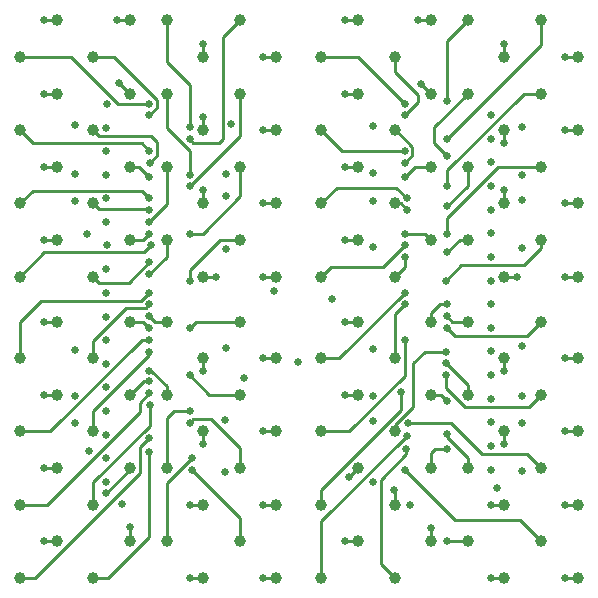
<source format=gbr>
%TF.GenerationSoftware,KiCad,Pcbnew,(5.1.9-0-10_14)*%
%TF.CreationDate,2021-05-13T13:43:04-04:00*%
%TF.ProjectId,SiPM_Board_RevC,5369504d-5f42-46f6-9172-645f52657643,rev?*%
%TF.SameCoordinates,Original*%
%TF.FileFunction,Copper,L1,Top*%
%TF.FilePolarity,Positive*%
%FSLAX46Y46*%
G04 Gerber Fmt 4.6, Leading zero omitted, Abs format (unit mm)*
G04 Created by KiCad (PCBNEW (5.1.9-0-10_14)) date 2021-05-13 13:43:04*
%MOMM*%
%LPD*%
G01*
G04 APERTURE LIST*
%TA.AperFunction,SMDPad,CuDef*%
%ADD10C,1.000000*%
%TD*%
%TA.AperFunction,ViaPad*%
%ADD11C,0.635000*%
%TD*%
%TA.AperFunction,Conductor*%
%ADD12C,0.294640*%
%TD*%
G04 APERTURE END LIST*
D10*
%TO.P,U4,A4*%
%TO.N,Net-(J2-Pad59)*%
X151950000Y-85750000D03*
%TO.P,U4,A2*%
%TO.N,Net-(J2-Pad67)*%
X151950000Y-79550000D03*
%TO.P,U4,B3*%
%TO.N,/BIAS3*%
X155050000Y-82650000D03*
%TO.P,U4,B1*%
X155050000Y-76450000D03*
%TO.P,U4,C4*%
%TO.N,Net-(J2-Pad57)*%
X158150000Y-85750000D03*
%TO.P,U4,D3*%
%TO.N,/BIAS3*%
X161250000Y-82650000D03*
%TO.P,U4,C2*%
%TO.N,Net-(J2-Pad65)*%
X158150000Y-79550000D03*
%TO.P,U4,D1*%
%TO.N,/BIAS3*%
X161250000Y-76450000D03*
%TO.P,U4,H2*%
X173650000Y-79550000D03*
%TO.P,U4,G1*%
%TO.N,Net-(J2-Pad61)*%
X170550000Y-76450000D03*
%TO.P,U4,F2*%
%TO.N,/BIAS3*%
X167450000Y-79550000D03*
%TO.P,U4,E1*%
%TO.N,Net-(J2-Pad63)*%
X164350000Y-76450000D03*
%TO.P,U4,H4*%
%TO.N,/BIAS3*%
X173650000Y-85750000D03*
%TO.P,U4,G3*%
%TO.N,Net-(J2-Pad53)*%
X170550000Y-82650000D03*
%TO.P,U4,F4*%
%TO.N,/BIAS3*%
X167450000Y-85750000D03*
%TO.P,U4,E3*%
%TO.N,Net-(J2-Pad55)*%
X164350000Y-82650000D03*
%TO.P,U4,F8*%
%TO.N,/BIAS3*%
X167450000Y-98150000D03*
%TO.P,U4,H8*%
X173650000Y-98150000D03*
%TO.P,U4,G7*%
%TO.N,Net-(J2-Pad37)*%
X170550000Y-95050000D03*
%TO.P,U4,E7*%
%TO.N,Net-(J2-Pad39)*%
X164350000Y-95050000D03*
%TO.P,U4,H6*%
%TO.N,/BIAS3*%
X173650000Y-91950000D03*
%TO.P,U4,G5*%
%TO.N,Net-(J2-Pad45)*%
X170550000Y-88850000D03*
%TO.P,U4,F6*%
%TO.N,/BIAS3*%
X167450000Y-91950000D03*
%TO.P,U4,E5*%
%TO.N,Net-(J2-Pad47)*%
X164350000Y-88850000D03*
%TO.P,U4,A8*%
%TO.N,Net-(J2-Pad43)*%
X151950000Y-98150000D03*
%TO.P,U4,A6*%
%TO.N,Net-(J2-Pad51)*%
X151950000Y-91950000D03*
%TO.P,U4,B5*%
%TO.N,/BIAS3*%
X155050000Y-88850000D03*
%TO.P,U4,C8*%
%TO.N,Net-(J2-Pad41)*%
X158150000Y-98150000D03*
%TO.P,U4,B7*%
%TO.N,/BIAS3*%
X155050000Y-95050000D03*
%TO.P,U4,D7*%
X161250000Y-95050000D03*
%TO.P,U4,C6*%
%TO.N,Net-(J2-Pad49)*%
X158150000Y-91950000D03*
%TO.P,U4,D5*%
%TO.N,/BIAS3*%
X161250000Y-88850000D03*
%TD*%
%TO.P,U5,D5*%
%TO.N,/BIAS4*%
X161250000Y-114350000D03*
%TO.P,U5,C6*%
%TO.N,Net-(J2-Pad17)*%
X158150000Y-117450000D03*
%TO.P,U5,D7*%
%TO.N,/BIAS4*%
X161250000Y-120550000D03*
%TO.P,U5,B7*%
X155050000Y-120550000D03*
%TO.P,U5,C8*%
%TO.N,Net-(J2-Pad9)*%
X158150000Y-123650000D03*
%TO.P,U5,B5*%
%TO.N,/BIAS4*%
X155050000Y-114350000D03*
%TO.P,U5,A6*%
%TO.N,Net-(J2-Pad19)*%
X151950000Y-117450000D03*
%TO.P,U5,A8*%
%TO.N,Net-(J2-Pad11)*%
X151950000Y-123650000D03*
%TO.P,U5,E5*%
%TO.N,Net-(J2-Pad15)*%
X164350000Y-114350000D03*
%TO.P,U5,F6*%
%TO.N,/BIAS4*%
X167450000Y-117450000D03*
%TO.P,U5,G5*%
%TO.N,Net-(J2-Pad13)*%
X170550000Y-114350000D03*
%TO.P,U5,H6*%
%TO.N,/BIAS4*%
X173650000Y-117450000D03*
%TO.P,U5,E7*%
%TO.N,Net-(J2-Pad7)*%
X164350000Y-120550000D03*
%TO.P,U5,G7*%
%TO.N,Net-(J2-Pad5)*%
X170550000Y-120550000D03*
%TO.P,U5,H8*%
%TO.N,/BIAS4*%
X173650000Y-123650000D03*
%TO.P,U5,F8*%
X167450000Y-123650000D03*
%TO.P,U5,E3*%
%TO.N,Net-(J2-Pad23)*%
X164350000Y-108150000D03*
%TO.P,U5,F4*%
%TO.N,/BIAS4*%
X167450000Y-111250000D03*
%TO.P,U5,G3*%
%TO.N,Net-(J2-Pad21)*%
X170550000Y-108150000D03*
%TO.P,U5,H4*%
%TO.N,/BIAS4*%
X173650000Y-111250000D03*
%TO.P,U5,E1*%
%TO.N,Net-(J2-Pad31)*%
X164350000Y-101950000D03*
%TO.P,U5,F2*%
%TO.N,/BIAS4*%
X167450000Y-105050000D03*
%TO.P,U5,G1*%
%TO.N,Net-(J2-Pad29)*%
X170550000Y-101950000D03*
%TO.P,U5,H2*%
%TO.N,/BIAS4*%
X173650000Y-105050000D03*
%TO.P,U5,D1*%
X161250000Y-101950000D03*
%TO.P,U5,C2*%
%TO.N,Net-(J2-Pad33)*%
X158150000Y-105050000D03*
%TO.P,U5,D3*%
%TO.N,/BIAS4*%
X161250000Y-108150000D03*
%TO.P,U5,C4*%
%TO.N,Net-(J2-Pad25)*%
X158150000Y-111250000D03*
%TO.P,U5,B1*%
%TO.N,/BIAS4*%
X155050000Y-101950000D03*
%TO.P,U5,B3*%
X155050000Y-108150000D03*
%TO.P,U5,A2*%
%TO.N,Net-(J2-Pad35)*%
X151950000Y-105050000D03*
%TO.P,U5,A4*%
%TO.N,Net-(J2-Pad27)*%
X151950000Y-111250000D03*
%TD*%
%TO.P,U2,A4*%
%TO.N,Net-(J1-Pad9)*%
X126450000Y-85750000D03*
%TO.P,U2,A2*%
%TO.N,Net-(J1-Pad1)*%
X126450000Y-79550000D03*
%TO.P,U2,B3*%
%TO.N,/BIAS1*%
X129550000Y-82650000D03*
%TO.P,U2,B1*%
X129550000Y-76450000D03*
%TO.P,U2,C4*%
%TO.N,Net-(J1-Pad11)*%
X132650000Y-85750000D03*
%TO.P,U2,D3*%
%TO.N,/BIAS1*%
X135750000Y-82650000D03*
%TO.P,U2,C2*%
%TO.N,Net-(J1-Pad3)*%
X132650000Y-79550000D03*
%TO.P,U2,D1*%
%TO.N,/BIAS1*%
X135750000Y-76450000D03*
%TO.P,U2,H2*%
X148150000Y-79550000D03*
%TO.P,U2,G1*%
%TO.N,Net-(J1-Pad7)*%
X145050000Y-76450000D03*
%TO.P,U2,F2*%
%TO.N,/BIAS1*%
X141950000Y-79550000D03*
%TO.P,U2,E1*%
%TO.N,Net-(J1-Pad5)*%
X138850000Y-76450000D03*
%TO.P,U2,H4*%
%TO.N,/BIAS1*%
X148150000Y-85750000D03*
%TO.P,U2,G3*%
%TO.N,Net-(J1-Pad15)*%
X145050000Y-82650000D03*
%TO.P,U2,F4*%
%TO.N,/BIAS1*%
X141950000Y-85750000D03*
%TO.P,U2,E3*%
%TO.N,Net-(J1-Pad13)*%
X138850000Y-82650000D03*
%TO.P,U2,F8*%
%TO.N,/BIAS1*%
X141950000Y-98150000D03*
%TO.P,U2,H8*%
X148150000Y-98150000D03*
%TO.P,U2,G7*%
%TO.N,Net-(J1-Pad31)*%
X145050000Y-95050000D03*
%TO.P,U2,E7*%
%TO.N,Net-(J1-Pad29)*%
X138850000Y-95050000D03*
%TO.P,U2,H6*%
%TO.N,/BIAS1*%
X148150000Y-91950000D03*
%TO.P,U2,G5*%
%TO.N,Net-(J1-Pad23)*%
X145050000Y-88850000D03*
%TO.P,U2,F6*%
%TO.N,/BIAS1*%
X141950000Y-91950000D03*
%TO.P,U2,E5*%
%TO.N,Net-(J1-Pad21)*%
X138850000Y-88850000D03*
%TO.P,U2,A8*%
%TO.N,Net-(J1-Pad25)*%
X126450000Y-98150000D03*
%TO.P,U2,A6*%
%TO.N,Net-(J1-Pad17)*%
X126450000Y-91950000D03*
%TO.P,U2,B5*%
%TO.N,/BIAS1*%
X129550000Y-88850000D03*
%TO.P,U2,C8*%
%TO.N,Net-(J1-Pad27)*%
X132650000Y-98150000D03*
%TO.P,U2,B7*%
%TO.N,/BIAS1*%
X129550000Y-95050000D03*
%TO.P,U2,D7*%
X135750000Y-95050000D03*
%TO.P,U2,C6*%
%TO.N,Net-(J1-Pad19)*%
X132650000Y-91950000D03*
%TO.P,U2,D5*%
%TO.N,/BIAS1*%
X135750000Y-88850000D03*
%TD*%
%TO.P,U3,D5*%
%TO.N,/BIAS2*%
X135750000Y-114350000D03*
%TO.P,U3,C6*%
%TO.N,Net-(J1-Pad51)*%
X132650000Y-117450000D03*
%TO.P,U3,D7*%
%TO.N,/BIAS2*%
X135750000Y-120550000D03*
%TO.P,U3,B7*%
X129550000Y-120550000D03*
%TO.P,U3,C8*%
%TO.N,Net-(J1-Pad59)*%
X132650000Y-123650000D03*
%TO.P,U3,B5*%
%TO.N,/BIAS2*%
X129550000Y-114350000D03*
%TO.P,U3,A6*%
%TO.N,Net-(J1-Pad49)*%
X126450000Y-117450000D03*
%TO.P,U3,A8*%
%TO.N,Net-(J1-Pad57)*%
X126450000Y-123650000D03*
%TO.P,U3,E5*%
%TO.N,Net-(J1-Pad53)*%
X138850000Y-114350000D03*
%TO.P,U3,F6*%
%TO.N,/BIAS2*%
X141950000Y-117450000D03*
%TO.P,U3,G5*%
%TO.N,Net-(J1-Pad55)*%
X145050000Y-114350000D03*
%TO.P,U3,H6*%
%TO.N,/BIAS2*%
X148150000Y-117450000D03*
%TO.P,U3,E7*%
%TO.N,Net-(J1-Pad61)*%
X138850000Y-120550000D03*
%TO.P,U3,G7*%
%TO.N,Net-(J1-Pad63)*%
X145050000Y-120550000D03*
%TO.P,U3,H8*%
%TO.N,/BIAS2*%
X148150000Y-123650000D03*
%TO.P,U3,F8*%
X141950000Y-123650000D03*
%TO.P,U3,E3*%
%TO.N,Net-(J1-Pad45)*%
X138850000Y-108150000D03*
%TO.P,U3,F4*%
%TO.N,/BIAS2*%
X141950000Y-111250000D03*
%TO.P,U3,G3*%
%TO.N,Net-(J1-Pad47)*%
X145050000Y-108150000D03*
%TO.P,U3,H4*%
%TO.N,/BIAS2*%
X148150000Y-111250000D03*
%TO.P,U3,E1*%
%TO.N,Net-(J1-Pad37)*%
X138850000Y-101950000D03*
%TO.P,U3,F2*%
%TO.N,/BIAS2*%
X141950000Y-105050000D03*
%TO.P,U3,G1*%
%TO.N,Net-(J1-Pad39)*%
X145050000Y-101950000D03*
%TO.P,U3,H2*%
%TO.N,/BIAS2*%
X148150000Y-105050000D03*
%TO.P,U3,D1*%
X135750000Y-101950000D03*
%TO.P,U3,C2*%
%TO.N,Net-(J1-Pad35)*%
X132650000Y-105050000D03*
%TO.P,U3,D3*%
%TO.N,/BIAS2*%
X135750000Y-108150000D03*
%TO.P,U3,C4*%
%TO.N,Net-(J1-Pad43)*%
X132650000Y-111250000D03*
%TO.P,U3,B1*%
%TO.N,/BIAS2*%
X129550000Y-101950000D03*
%TO.P,U3,B3*%
X129550000Y-108150000D03*
%TO.P,U3,A2*%
%TO.N,Net-(J1-Pad33)*%
X126450000Y-105050000D03*
%TO.P,U3,A4*%
%TO.N,Net-(J1-Pad41)*%
X126450000Y-111250000D03*
%TD*%
D11*
%TO.N,GND*%
X133707308Y-111522692D03*
X133707308Y-103522692D03*
X133707308Y-101522692D03*
X133707308Y-87522692D03*
X133707308Y-115522692D03*
X133707308Y-113522692D03*
X133707308Y-107522692D03*
X133707308Y-105522692D03*
X133707308Y-109522692D03*
X133827308Y-95432692D03*
X133707308Y-85522692D03*
X133707308Y-93522692D03*
X133707308Y-91522692D03*
X133707308Y-89522692D03*
X133707308Y-99522692D03*
X133707308Y-97522692D03*
X152860000Y-100000000D03*
X150000000Y-105400000D03*
X147935320Y-99344680D03*
X131060000Y-89460000D03*
X132152500Y-94552500D03*
X143870000Y-89430000D03*
X143870000Y-95770000D03*
X132300000Y-112900000D03*
X131060000Y-108240000D03*
X145400000Y-106700000D03*
X143820000Y-114680000D03*
X156347500Y-95652500D03*
X156310000Y-89390000D03*
X168940000Y-95740000D03*
X156310000Y-108290000D03*
X168940000Y-114640000D03*
X166292692Y-84477308D03*
X166292692Y-86477308D03*
X166292692Y-88477308D03*
X166292692Y-90477308D03*
X166292692Y-92477308D03*
X166292692Y-94477308D03*
X166292692Y-96477308D03*
X166292692Y-98477308D03*
X168940000Y-89560000D03*
X166292692Y-100477308D03*
X166292692Y-102477308D03*
X166292692Y-104477308D03*
X166292692Y-106477308D03*
X166292692Y-108477308D03*
X166292692Y-110477308D03*
X166292692Y-112477308D03*
X166292692Y-114477308D03*
X156310000Y-115500000D03*
X168940000Y-108260000D03*
%TO.N,/BIAS1*%
X133762700Y-83502700D03*
X128450000Y-76450000D03*
X128450000Y-82650000D03*
X128450000Y-88850000D03*
X128450000Y-95050000D03*
X134650000Y-76450000D03*
X134850000Y-81750000D03*
X137400000Y-89700000D03*
X137400000Y-94500000D03*
X141950000Y-78450000D03*
X141950000Y-84650000D03*
X141950000Y-90850000D03*
X143050000Y-98150000D03*
X147050000Y-79550000D03*
X147050000Y-85750000D03*
X147050000Y-91950000D03*
X147050000Y-98150000D03*
X131060000Y-85340000D03*
X131060000Y-91760000D03*
X144300000Y-85200000D03*
X143870000Y-91300000D03*
%TO.N,/BIAS2*%
X133757366Y-116502634D03*
X128450000Y-101950000D03*
X128450000Y-108150000D03*
X128450000Y-120550000D03*
X128450000Y-114350000D03*
X137400000Y-102500000D03*
X137400000Y-107000000D03*
X135750000Y-119350000D03*
X135100000Y-117400000D03*
X141950000Y-106150000D03*
X141950000Y-112350000D03*
X140850000Y-117450000D03*
X140850000Y-123650000D03*
X147050000Y-123650000D03*
X147050000Y-117450000D03*
X147050000Y-111250000D03*
X147050000Y-105050000D03*
X131060000Y-110540000D03*
X131060000Y-104360000D03*
X143870000Y-104230000D03*
X143820000Y-110320000D03*
%TO.N,Net-(J1-Pad63)*%
X141000000Y-114500000D03*
%TO.N,Net-(J1-Pad61)*%
X141000000Y-113500000D03*
%TO.N,Net-(J1-Pad59)*%
X137400000Y-113000000D03*
%TO.N,Net-(J1-Pad57)*%
X137400000Y-111800000D03*
%TO.N,Net-(J1-Pad55)*%
X140800000Y-110500000D03*
%TO.N,Net-(J1-Pad53)*%
X140800000Y-109500000D03*
%TO.N,Net-(J1-Pad51)*%
X137402650Y-109002650D03*
%TO.N,Net-(J1-Pad49)*%
X137400000Y-108000000D03*
%TO.N,Net-(J1-Pad47)*%
X140800000Y-106500000D03*
%TO.N,Net-(J1-Pad45)*%
X137400000Y-106100000D03*
%TO.N,Net-(J1-Pad43)*%
X137400000Y-104500000D03*
%TO.N,Net-(J1-Pad41)*%
X137400000Y-103500000D03*
%TO.N,Net-(J1-Pad39)*%
X140800000Y-102500000D03*
%TO.N,Net-(J1-Pad37)*%
X137400000Y-101500000D03*
%TO.N,Net-(J1-Pad35)*%
X137400000Y-100500000D03*
%TO.N,Net-(J1-Pad33)*%
X137400000Y-99500000D03*
%TO.N,Net-(J1-Pad31)*%
X140800000Y-98500000D03*
%TO.N,Net-(J1-Pad29)*%
X137400000Y-97900000D03*
%TO.N,Net-(J1-Pad27)*%
X137400000Y-96900000D03*
%TO.N,Net-(J1-Pad25)*%
X137497324Y-95502676D03*
%TO.N,Net-(J1-Pad23)*%
X140800000Y-94500000D03*
%TO.N,Net-(J1-Pad21)*%
X137400000Y-93500000D03*
%TO.N,Net-(J1-Pad19)*%
X137400000Y-92500000D03*
%TO.N,Net-(J1-Pad17)*%
X137400000Y-91500000D03*
%TO.N,Net-(J1-Pad15)*%
X140800000Y-90500000D03*
%TO.N,Net-(J1-Pad13)*%
X140800000Y-89500000D03*
%TO.N,Net-(J1-Pad11)*%
X137402690Y-88502690D03*
%TO.N,Net-(J1-Pad9)*%
X137400000Y-87500000D03*
%TO.N,Net-(J1-Pad7)*%
X140800000Y-86500000D03*
%TO.N,Net-(J1-Pad5)*%
X140800000Y-85500000D03*
%TO.N,Net-(J1-Pad3)*%
X137400000Y-84500000D03*
%TO.N,Net-(J1-Pad1)*%
X137400000Y-83500000D03*
%TO.N,Net-(J2-Pad65)*%
X159000000Y-84500000D03*
%TO.N,Net-(J2-Pad63)*%
X162600000Y-83300000D03*
%TO.N,Net-(J2-Pad61)*%
X162600000Y-86483936D03*
%TO.N,Net-(J2-Pad59)*%
X159000000Y-87500000D03*
%TO.N,Net-(J2-Pad57)*%
X159000000Y-88500000D03*
%TO.N,Net-(J2-Pad55)*%
X162600000Y-87900000D03*
%TO.N,Net-(J2-Pad53)*%
X162600000Y-90500000D03*
%TO.N,Net-(J2-Pad51)*%
X159202650Y-91497350D03*
%TO.N,Net-(J2-Pad49)*%
X159202652Y-92497348D03*
%TO.N,Net-(J2-Pad47)*%
X162600000Y-92200000D03*
%TO.N,Net-(J2-Pad45)*%
X162600000Y-94500000D03*
%TO.N,Net-(J2-Pad43)*%
X159000000Y-95500000D03*
%TO.N,Net-(J2-Pad41)*%
X159002660Y-96497340D03*
%TO.N,Net-(J2-Pad39)*%
X162600000Y-96100000D03*
%TO.N,Net-(J2-Pad37)*%
X162497336Y-98497336D03*
%TO.N,Net-(J2-Pad35)*%
X159002666Y-99497334D03*
%TO.N,Net-(J2-Pad33)*%
X159002668Y-100497332D03*
%TO.N,Net-(J2-Pad31)*%
X162600000Y-101500000D03*
%TO.N,Net-(J2-Pad29)*%
X162600000Y-102500000D03*
%TO.N,Net-(J2-Pad27)*%
X159002674Y-103497326D03*
%TO.N,Net-(J2-Pad25)*%
X162500000Y-104500000D03*
%TO.N,Net-(J2-Pad23)*%
X162500000Y-105500000D03*
%TO.N,Net-(J2-Pad21)*%
X162497320Y-106497320D03*
%TO.N,Net-(J2-Pad19)*%
X158700000Y-107900000D03*
%TO.N,Net-(J2-Pad17)*%
X158100000Y-116200000D03*
%TO.N,Net-(J2-Pad15)*%
X162600000Y-111500000D03*
%TO.N,Net-(J2-Pad13)*%
X159302688Y-110497312D03*
%TO.N,Net-(J2-Pad11)*%
X159200000Y-111600000D03*
%TO.N,Net-(J2-Pad9)*%
X159100000Y-112700000D03*
%TO.N,Net-(J2-Pad7)*%
X162600000Y-120500000D03*
%TO.N,Net-(J2-Pad5)*%
X159000000Y-114500000D03*
%TO.N,/BIAS3*%
X153950000Y-76450000D03*
X153950000Y-82650000D03*
X153950000Y-88850000D03*
X160150000Y-76450000D03*
X160400000Y-81800000D03*
X167450000Y-78450000D03*
X168550000Y-98150000D03*
X172550000Y-79550000D03*
X172550000Y-85750000D03*
X172550000Y-91950000D03*
X172550000Y-98150000D03*
X156310000Y-91710000D03*
X156310000Y-85410000D03*
X168940000Y-91660000D03*
X153950000Y-95050000D03*
X167450000Y-90850000D03*
X167450000Y-86850000D03*
X159000000Y-89700000D03*
X159000000Y-94500000D03*
X168940000Y-85460000D03*
%TO.N,/BIAS4*%
X153950000Y-101950000D03*
X153950000Y-108150000D03*
X153950000Y-120550000D03*
X161250000Y-119450000D03*
X167450000Y-106150000D03*
X167450000Y-112350000D03*
X166350000Y-117450000D03*
X166350000Y-123650000D03*
X172550000Y-123650000D03*
X172550000Y-117450000D03*
X172550000Y-111250000D03*
X172550000Y-105050000D03*
X156310000Y-104310000D03*
X168940000Y-110540000D03*
X168940000Y-104060000D03*
X154300000Y-115100000D03*
X162600000Y-100500000D03*
X162600000Y-108700000D03*
X162600000Y-112700000D03*
X159500000Y-117500000D03*
X166800000Y-116000000D03*
X156310000Y-110410000D03*
%TO.N,Net-(J2-Pad67)*%
X159000000Y-83500000D03*
%TD*%
D12*
%TO.N,/BIAS1*%
X129550000Y-76450000D02*
X128450000Y-76450000D01*
X128450000Y-76450000D02*
X128450000Y-76450000D01*
X128450000Y-82650000D02*
X128450000Y-82650000D01*
X129550000Y-82650000D02*
X128450000Y-82650000D01*
X129550000Y-88850000D02*
X128450000Y-88850000D01*
X128450000Y-88850000D02*
X128450000Y-88850000D01*
X128450000Y-95050000D02*
X128450000Y-95050000D01*
X129550000Y-95050000D02*
X128450000Y-95050000D01*
X135750000Y-76450000D02*
X134650000Y-76450000D01*
X134650000Y-76450000D02*
X134650000Y-76450000D01*
X135750000Y-82650000D02*
X134850000Y-81750000D01*
X135750000Y-88850000D02*
X136550000Y-88850000D01*
X136550000Y-88850000D02*
X137400000Y-89700000D01*
X137400000Y-89700000D02*
X137400000Y-89700000D01*
X135750000Y-95050000D02*
X136850000Y-95050000D01*
X136850000Y-95050000D02*
X137400000Y-94500000D01*
X137400000Y-94500000D02*
X137400000Y-94500000D01*
X141950000Y-79550000D02*
X141950000Y-78450000D01*
X141950000Y-78450000D02*
X141950000Y-78450000D01*
X141950000Y-85750000D02*
X141950000Y-84650000D01*
X141950000Y-84650000D02*
X141950000Y-84650000D01*
X141950000Y-90850000D02*
X141950000Y-90850000D01*
X141950000Y-91950000D02*
X141950000Y-90850000D01*
X141950000Y-98150000D02*
X143050000Y-98150000D01*
X143050000Y-98150000D02*
X143050000Y-98150000D01*
X148150000Y-79550000D02*
X147050000Y-79550000D01*
X147050000Y-79550000D02*
X147050000Y-79550000D01*
X148150000Y-85750000D02*
X147050000Y-85750000D01*
X147050000Y-85750000D02*
X147050000Y-85750000D01*
X147050000Y-91950000D02*
X147050000Y-91950000D01*
X148150000Y-91950000D02*
X147050000Y-91950000D01*
X147050000Y-98150000D02*
X147050000Y-98150000D01*
X148150000Y-98150000D02*
X147050000Y-98150000D01*
%TO.N,/BIAS2*%
X129550000Y-101950000D02*
X128450000Y-101950000D01*
X128450000Y-101950000D02*
X128450000Y-101950000D01*
X129550000Y-108150000D02*
X128450000Y-108150000D01*
X128450000Y-108150000D02*
X128450000Y-108150000D01*
X128450000Y-114350000D02*
X128450000Y-114350000D01*
X128450000Y-120550000D02*
X128450000Y-120550000D01*
X129550000Y-120550000D02*
X128450000Y-120550000D01*
X129550000Y-114350000D02*
X128450000Y-114350000D01*
X135750000Y-101950000D02*
X136850000Y-101950000D01*
X136850000Y-101950000D02*
X137400000Y-102500000D01*
X137400000Y-102500000D02*
X137400000Y-102500000D01*
X135750000Y-108150000D02*
X136900000Y-107000000D01*
X136900000Y-107000000D02*
X137400000Y-107000000D01*
X137400000Y-107000000D02*
X137400000Y-107000000D01*
X135750000Y-114510000D02*
X133757366Y-116502634D01*
X135750000Y-114350000D02*
X135750000Y-114510000D01*
X135750000Y-120550000D02*
X135750000Y-119350000D01*
X135750000Y-119350000D02*
X135750000Y-119350000D01*
X141950000Y-105050000D02*
X141950000Y-106150000D01*
X141950000Y-106150000D02*
X141950000Y-106150000D01*
X141950000Y-111250000D02*
X141950000Y-112350000D01*
X141950000Y-112350000D02*
X141950000Y-112350000D01*
X141950000Y-117450000D02*
X140850000Y-117450000D01*
X140850000Y-117450000D02*
X140850000Y-117450000D01*
X140850000Y-123650000D02*
X140850000Y-123650000D01*
X141950000Y-123650000D02*
X140850000Y-123650000D01*
X148150000Y-123650000D02*
X147050000Y-123650000D01*
X147050000Y-123650000D02*
X147050000Y-123650000D01*
X148150000Y-117450000D02*
X147050000Y-117450000D01*
X147050000Y-117450000D02*
X147050000Y-117450000D01*
X147050000Y-111250000D02*
X147050000Y-111250000D01*
X148150000Y-111250000D02*
X147050000Y-111250000D01*
X147050000Y-105050000D02*
X147050000Y-105050000D01*
X148150000Y-105050000D02*
X147050000Y-105050000D01*
%TO.N,Net-(J1-Pad63)*%
X145050000Y-118550000D02*
X141000000Y-114500000D01*
X145050000Y-120550000D02*
X145050000Y-118550000D01*
%TO.N,Net-(J1-Pad61)*%
X138850000Y-115650000D02*
X141000000Y-113500000D01*
X138850000Y-120550000D02*
X138850000Y-115650000D01*
%TO.N,Net-(J1-Pad59)*%
X133904036Y-123650000D02*
X137400000Y-120154036D01*
X132650000Y-123650000D02*
X133904036Y-123650000D01*
X137400000Y-120154036D02*
X137400000Y-113000000D01*
X137400000Y-113000000D02*
X137400000Y-113000000D01*
%TO.N,Net-(J1-Pad57)*%
X127704036Y-123650000D02*
X136600000Y-114754036D01*
X126450000Y-123650000D02*
X127704036Y-123650000D01*
X136600000Y-112600000D02*
X137400000Y-111800000D01*
X136600000Y-114754036D02*
X136600000Y-112600000D01*
%TO.N,Net-(J1-Pad55)*%
X145050000Y-114350000D02*
X145050000Y-112650000D01*
X141117499Y-110182501D02*
X140800000Y-110500000D01*
X142582501Y-110182501D02*
X141117499Y-110182501D01*
X145050000Y-112650000D02*
X142582501Y-110182501D01*
%TO.N,Net-(J1-Pad53)*%
X138850000Y-114350000D02*
X138850000Y-110150000D01*
X138850000Y-110150000D02*
X139500000Y-109500000D01*
X139500000Y-109500000D02*
X140800000Y-109500000D01*
X140800000Y-109500000D02*
X140800000Y-109500000D01*
%TO.N,Net-(J1-Pad51)*%
X132650000Y-115563936D02*
X132650000Y-117450000D01*
X137402650Y-109002650D02*
X137402650Y-110811286D01*
X137402650Y-110811286D02*
X132650000Y-115563936D01*
%TO.N,Net-(J1-Pad49)*%
X128763936Y-117450000D02*
X126450000Y-117450000D01*
X136600000Y-109613936D02*
X128763936Y-117450000D01*
X136600000Y-108821364D02*
X137400000Y-108021364D01*
X136600000Y-109000000D02*
X136600000Y-108821364D01*
X137400000Y-108021364D02*
X137400000Y-108000000D01*
X136600000Y-109000000D02*
X136600000Y-109613936D01*
%TO.N,Net-(J1-Pad47)*%
X145050000Y-108150000D02*
X142450000Y-108150000D01*
X142450000Y-108150000D02*
X140800000Y-106500000D01*
X140800000Y-106500000D02*
X140800000Y-106500000D01*
%TO.N,Net-(J1-Pad45)*%
X137507106Y-106100000D02*
X137400000Y-106100000D01*
X138850000Y-107442894D02*
X137507106Y-106100000D01*
X138850000Y-108150000D02*
X138850000Y-107442894D01*
%TO.N,Net-(J1-Pad43)*%
X132650000Y-109563936D02*
X137400000Y-104813936D01*
X132650000Y-111250000D02*
X132650000Y-109563936D01*
X137400000Y-104813936D02*
X137400000Y-104500000D01*
X137400000Y-104500000D02*
X137400000Y-104500000D01*
%TO.N,Net-(J1-Pad41)*%
X128996064Y-111250000D02*
X136746064Y-103500000D01*
X126450000Y-111250000D02*
X128996064Y-111250000D01*
X136746064Y-103500000D02*
X137400000Y-103500000D01*
X137400000Y-103500000D02*
X137400000Y-103500000D01*
%TO.N,Net-(J1-Pad39)*%
X141350000Y-101950000D02*
X140800000Y-102500000D01*
X145050000Y-101950000D02*
X141350000Y-101950000D01*
%TO.N,Net-(J1-Pad37)*%
X137850000Y-101950000D02*
X137400000Y-101500000D01*
X138850000Y-101950000D02*
X137850000Y-101950000D01*
%TO.N,Net-(J1-Pad35)*%
X135428565Y-100817499D02*
X137082501Y-100817499D01*
X132650000Y-103596064D02*
X135428565Y-100817499D01*
X137082501Y-100817499D02*
X137400000Y-100500000D01*
X132650000Y-105050000D02*
X132650000Y-103596064D01*
%TO.N,Net-(J1-Pad33)*%
X126450000Y-105050000D02*
X126450000Y-101950000D01*
X128212487Y-100187513D02*
X136712487Y-100187513D01*
X136712487Y-100187513D02*
X137400000Y-99500000D01*
X126450000Y-101950000D02*
X128212487Y-100187513D01*
%TO.N,Net-(J1-Pad31)*%
X145050000Y-95050000D02*
X143350000Y-95050000D01*
X143350000Y-95050000D02*
X140800000Y-97600000D01*
X140800000Y-97600000D02*
X140800000Y-98500000D01*
X140800000Y-98500000D02*
X140800000Y-98500000D01*
%TO.N,Net-(J1-Pad29)*%
X138850000Y-96450000D02*
X137400000Y-97900000D01*
X138850000Y-95050000D02*
X138850000Y-96450000D01*
%TO.N,Net-(J1-Pad27)*%
X135650001Y-98649999D02*
X137400000Y-96900000D01*
X133149999Y-98649999D02*
X135650001Y-98649999D01*
X132650000Y-98150000D02*
X133149999Y-98649999D01*
%TO.N,Net-(J1-Pad25)*%
X136902487Y-96097513D02*
X137497324Y-95502676D01*
X128502487Y-96097513D02*
X136902487Y-96097513D01*
X126450000Y-98150000D02*
X128502487Y-96097513D01*
%TO.N,Net-(J1-Pad23)*%
X145050000Y-88850000D02*
X145050000Y-91350000D01*
X145050000Y-91350000D02*
X141900000Y-94500000D01*
X141900000Y-94500000D02*
X140800000Y-94500000D01*
X140800000Y-94500000D02*
X140800000Y-94500000D01*
%TO.N,Net-(J1-Pad21)*%
X138850000Y-92033936D02*
X137400000Y-93500000D01*
X138850000Y-88850000D02*
X138850000Y-92033936D01*
X137400000Y-93500000D02*
X137400000Y-93483936D01*
%TO.N,Net-(J1-Pad19)*%
X137400000Y-92500000D02*
X137400000Y-92500000D01*
X137349999Y-92449999D02*
X137400000Y-92500000D01*
X133149999Y-92449999D02*
X137349999Y-92449999D01*
X132650000Y-91950000D02*
X133149999Y-92449999D01*
%TO.N,Net-(J1-Pad17)*%
X136757871Y-90857871D02*
X137400000Y-91500000D01*
X137400000Y-91500000D02*
X137400000Y-91500000D01*
X127542129Y-90857871D02*
X127942129Y-90857871D01*
X126450000Y-91950000D02*
X127542129Y-90857871D01*
X127942129Y-90857871D02*
X136757871Y-90857871D01*
%TO.N,Net-(J1-Pad15)*%
X140800000Y-90500000D02*
X140800000Y-90500000D01*
X145050000Y-86250000D02*
X140800000Y-90500000D01*
X145050000Y-82650000D02*
X145050000Y-86250000D01*
%TO.N,Net-(J1-Pad13)*%
X140800000Y-89500000D02*
X140800000Y-89500000D01*
X140800000Y-87483936D02*
X140800000Y-87700000D01*
X138850000Y-85533936D02*
X140800000Y-87483936D01*
X138850000Y-82650000D02*
X138850000Y-85533936D01*
X140800000Y-87700000D02*
X140800000Y-89500000D01*
%TO.N,Net-(J1-Pad11)*%
X133149999Y-86249999D02*
X137549999Y-86249999D01*
X132650000Y-85750000D02*
X133149999Y-86249999D01*
X138064821Y-86764821D02*
X138064821Y-87840559D01*
X138064821Y-87840559D02*
X137402690Y-88502690D01*
X137549999Y-86249999D02*
X138064821Y-86764821D01*
%TO.N,Net-(J1-Pad9)*%
X136757871Y-86857871D02*
X137400000Y-87500000D01*
X127557871Y-86857871D02*
X136757871Y-86857871D01*
X126450000Y-85750000D02*
X127557871Y-86857871D01*
%TO.N,Net-(J1-Pad7)*%
X140800000Y-86500000D02*
X140800000Y-86500000D01*
X141117499Y-86817499D02*
X143282501Y-86817499D01*
X140800000Y-86500000D02*
X141117499Y-86817499D01*
X143635179Y-77864821D02*
X145050000Y-76450000D01*
X143635179Y-86464821D02*
X143635179Y-77864821D01*
X143282501Y-86817499D02*
X143635179Y-86464821D01*
%TO.N,Net-(J1-Pad5)*%
X140800000Y-85500000D02*
X140800000Y-85500000D01*
X138850000Y-76450000D02*
X138850000Y-79950000D01*
X140800000Y-81900000D02*
X140800000Y-85500000D01*
X138850000Y-79950000D02*
X140800000Y-81900000D01*
%TO.N,Net-(J1-Pad3)*%
X138064821Y-83835179D02*
X137400000Y-84500000D01*
X138064821Y-83180885D02*
X138064821Y-83835179D01*
X134433936Y-79550000D02*
X138064821Y-83180885D01*
X132650000Y-79550000D02*
X134433936Y-79550000D01*
%TO.N,Net-(J1-Pad1)*%
X137397300Y-83502700D02*
X137400000Y-83500000D01*
X130793936Y-79550000D02*
X134746636Y-83502700D01*
X134746636Y-83502700D02*
X137397300Y-83502700D01*
X126450000Y-79550000D02*
X130793936Y-79550000D01*
%TO.N,Net-(J2-Pad65)*%
X158150000Y-80804036D02*
X160100000Y-82754036D01*
X158150000Y-79550000D02*
X158150000Y-80804036D01*
X160100000Y-82754036D02*
X160100000Y-83400000D01*
X160100000Y-83400000D02*
X159000000Y-84500000D01*
X159000000Y-84500000D02*
X159000000Y-84500000D01*
%TO.N,Net-(J2-Pad63)*%
X164350000Y-76450000D02*
X162600000Y-78200000D01*
X162600000Y-78200000D02*
X162600000Y-83300000D01*
%TO.N,Net-(J2-Pad61)*%
X170550000Y-78533936D02*
X162600000Y-86483936D01*
X170550000Y-76450000D02*
X170550000Y-78533936D01*
X162600000Y-86483936D02*
X162600000Y-86483936D01*
%TO.N,Net-(J2-Pad59)*%
X151950000Y-85750000D02*
X153700000Y-87500000D01*
X153700000Y-87500000D02*
X159000000Y-87500000D01*
X159000000Y-87500000D02*
X159000000Y-87500000D01*
%TO.N,Net-(J2-Pad57)*%
X158233936Y-85750000D02*
X159664821Y-87180885D01*
X159664821Y-87180885D02*
X159664821Y-87835179D01*
X158150000Y-85750000D02*
X158233936Y-85750000D01*
X159664821Y-87835179D02*
X159000000Y-88500000D01*
X159000000Y-88500000D02*
X159000000Y-88500000D01*
%TO.N,Net-(J2-Pad55)*%
X164350000Y-82650000D02*
X161500000Y-85500000D01*
X161500000Y-86800000D02*
X162600000Y-87900000D01*
X161500000Y-85500000D02*
X161500000Y-86800000D01*
%TO.N,Net-(J2-Pad53)*%
X162600000Y-90500000D02*
X162600000Y-90500000D01*
X162600000Y-89153936D02*
X162600000Y-90500000D01*
X169103936Y-82650000D02*
X162600000Y-89153936D01*
X170550000Y-82650000D02*
X169103936Y-82650000D01*
%TO.N,Net-(J2-Pad51)*%
X151950000Y-91950000D02*
X153300000Y-90600000D01*
X158305300Y-90600000D02*
X159202650Y-91497350D01*
X153300000Y-90600000D02*
X158305300Y-90600000D01*
%TO.N,Net-(J2-Pad49)*%
X158655304Y-91950000D02*
X159202652Y-92497348D01*
X158150000Y-91950000D02*
X158655304Y-91950000D01*
%TO.N,Net-(J2-Pad47)*%
X164350000Y-88850000D02*
X164350000Y-90450000D01*
X164350000Y-90450000D02*
X162600000Y-92200000D01*
X162600000Y-92200000D02*
X162600000Y-92200000D01*
%TO.N,Net-(J2-Pad45)*%
X162600000Y-94500000D02*
X162600000Y-94500000D01*
X162600000Y-93186064D02*
X162600000Y-94500000D01*
X166936064Y-88850000D02*
X162600000Y-93186064D01*
X170550000Y-88850000D02*
X166936064Y-88850000D01*
%TO.N,Net-(J2-Pad43)*%
X152797321Y-97302679D02*
X157197321Y-97302679D01*
X151950000Y-98150000D02*
X152797321Y-97302679D01*
X157197321Y-97302679D02*
X159000000Y-95500000D01*
X159000000Y-95500000D02*
X159000000Y-95500000D01*
%TO.N,Net-(J2-Pad41)*%
X158150000Y-98150000D02*
X159000000Y-97300000D01*
X159000000Y-96500000D02*
X159002660Y-96497340D01*
X159000000Y-97300000D02*
X159000000Y-96500000D01*
%TO.N,Net-(J2-Pad39)*%
X163650000Y-95050000D02*
X162600000Y-96100000D01*
X164350000Y-95050000D02*
X163650000Y-95050000D01*
%TO.N,Net-(J2-Pad37)*%
X170550000Y-95757106D02*
X169107106Y-97200000D01*
X170550000Y-95050000D02*
X170550000Y-95757106D01*
X163794672Y-97200000D02*
X162497336Y-98497336D01*
X169107106Y-97200000D02*
X163794672Y-97200000D01*
%TO.N,Net-(J2-Pad35)*%
X153450000Y-105050000D02*
X159002666Y-99497334D01*
X151950000Y-105050000D02*
X153450000Y-105050000D01*
%TO.N,Net-(J2-Pad33)*%
X158150000Y-101350000D02*
X159002668Y-100497332D01*
X158150000Y-105050000D02*
X158150000Y-101350000D01*
%TO.N,Net-(J2-Pad31)*%
X164350000Y-101950000D02*
X163050000Y-101950000D01*
X163050000Y-101950000D02*
X162600000Y-101500000D01*
X162600000Y-101500000D02*
X162600000Y-101500000D01*
%TO.N,Net-(J2-Pad29)*%
X169357871Y-103142129D02*
X163242129Y-103142129D01*
X170550000Y-101950000D02*
X169357871Y-103142129D01*
X163242129Y-103142129D02*
X162600000Y-102500000D01*
X162600000Y-102500000D02*
X162600000Y-102500000D01*
%TO.N,Net-(J2-Pad27)*%
X159002674Y-106581262D02*
X159002674Y-103497326D01*
X154333936Y-111250000D02*
X159002674Y-106581262D01*
X151950000Y-111250000D02*
X154333936Y-111250000D01*
%TO.N,Net-(J2-Pad25)*%
X160700000Y-104500000D02*
X162500000Y-104500000D01*
X162500000Y-104500000D02*
X162500000Y-104500000D01*
X158150000Y-110695504D02*
X159700000Y-109145504D01*
X158150000Y-111250000D02*
X158150000Y-110695504D01*
X159700000Y-105500000D02*
X160700000Y-104500000D01*
X159700000Y-109145504D02*
X159700000Y-105500000D01*
%TO.N,Net-(J2-Pad23)*%
X164350000Y-108150000D02*
X164350000Y-107750000D01*
X164350000Y-107350000D02*
X162500000Y-105500000D01*
X164350000Y-108150000D02*
X164350000Y-107350000D01*
%TO.N,Net-(J2-Pad21)*%
X162497320Y-107551356D02*
X162497320Y-106497320D01*
X164088093Y-109142129D02*
X162497320Y-107551356D01*
X169557871Y-109142129D02*
X164088093Y-109142129D01*
X170550000Y-108150000D02*
X169557871Y-109142129D01*
%TO.N,Net-(J2-Pad19)*%
X158700000Y-109445964D02*
X158700000Y-107900000D01*
X151950000Y-116195964D02*
X158700000Y-109445964D01*
X151950000Y-117450000D02*
X151950000Y-116195964D01*
%TO.N,Net-(J2-Pad17)*%
X158150000Y-116250000D02*
X158100000Y-116200000D01*
X158150000Y-117450000D02*
X158150000Y-116250000D01*
%TO.N,Net-(J2-Pad15)*%
X164350000Y-114350000D02*
X164350000Y-114250000D01*
X164350000Y-113466064D02*
X162600000Y-111716064D01*
X164350000Y-114350000D02*
X164350000Y-113466064D01*
X162600000Y-111716064D02*
X162600000Y-111500000D01*
X162600000Y-111500000D02*
X162600000Y-111500000D01*
%TO.N,Net-(J2-Pad13)*%
X169342129Y-113142129D02*
X165542129Y-113142129D01*
X170550000Y-114350000D02*
X169342129Y-113142129D01*
X162897312Y-110497312D02*
X159302688Y-110497312D01*
X165542129Y-113142129D02*
X162897312Y-110497312D01*
%TO.N,Net-(J2-Pad11)*%
X151950000Y-118850000D02*
X159200000Y-111600000D01*
X151950000Y-123650000D02*
X151950000Y-118850000D01*
%TO.N,Net-(J2-Pad9)*%
X156974821Y-122474821D02*
X156974821Y-115325179D01*
X158150000Y-123650000D02*
X156974821Y-122474821D01*
X159100000Y-113200000D02*
X159100000Y-112700000D01*
X156974821Y-115325179D02*
X159100000Y-113200000D01*
%TO.N,Net-(J2-Pad7)*%
X162650000Y-120550000D02*
X162600000Y-120500000D01*
X164350000Y-120550000D02*
X162650000Y-120550000D01*
%TO.N,Net-(J2-Pad5)*%
X168785179Y-118785179D02*
X163285179Y-118785179D01*
X170550000Y-120550000D02*
X168785179Y-118785179D01*
X163285179Y-118785179D02*
X159000000Y-114500000D01*
X159000000Y-114500000D02*
X159000000Y-114500000D01*
%TO.N,/BIAS3*%
X153950000Y-76450000D02*
X153950000Y-76450000D01*
X155050000Y-76450000D02*
X153950000Y-76450000D01*
X155050000Y-82650000D02*
X153950000Y-82650000D01*
X153950000Y-82650000D02*
X153950000Y-82650000D01*
X153950000Y-88850000D02*
X153950000Y-88850000D01*
X155050000Y-88850000D02*
X153950000Y-88850000D01*
X160150000Y-76450000D02*
X160150000Y-76450000D01*
X161250000Y-76450000D02*
X160150000Y-76450000D01*
X161250000Y-82650000D02*
X160400000Y-81800000D01*
X160400000Y-81800000D02*
X160400000Y-81800000D01*
X167450000Y-79550000D02*
X167450000Y-78450000D01*
X167450000Y-78450000D02*
X167450000Y-78450000D01*
X167450000Y-98150000D02*
X168550000Y-98150000D01*
X168550000Y-98150000D02*
X168550000Y-98150000D01*
X172550000Y-79550000D02*
X172550000Y-79550000D01*
X173650000Y-79550000D02*
X172550000Y-79550000D01*
X173650000Y-85750000D02*
X172550000Y-85750000D01*
X172550000Y-85750000D02*
X172550000Y-85750000D01*
X173650000Y-91950000D02*
X172550000Y-91950000D01*
X172550000Y-91950000D02*
X172550000Y-91950000D01*
X173650000Y-98150000D02*
X172550000Y-98150000D01*
X172550000Y-98150000D02*
X172550000Y-98150000D01*
X155050000Y-95050000D02*
X153950000Y-95050000D01*
X153950000Y-95050000D02*
X153950000Y-95050000D01*
X167450000Y-90850000D02*
X167450000Y-90850000D01*
X167450000Y-91950000D02*
X167450000Y-90850000D01*
X167450000Y-86850000D02*
X167450000Y-86850000D01*
X167450000Y-85750000D02*
X167450000Y-86850000D01*
X161250000Y-88850000D02*
X159850000Y-88850000D01*
X159850000Y-88850000D02*
X159000000Y-89700000D01*
X159000000Y-89700000D02*
X159000000Y-89700000D01*
X161250000Y-95050000D02*
X160700000Y-94500000D01*
X160700000Y-94500000D02*
X159000000Y-94500000D01*
X159000000Y-94500000D02*
X159000000Y-94500000D01*
%TO.N,/BIAS4*%
X155050000Y-101950000D02*
X153950000Y-101950000D01*
X153950000Y-101950000D02*
X153950000Y-101950000D01*
X155050000Y-108150000D02*
X153950000Y-108150000D01*
X153950000Y-108150000D02*
X153950000Y-108150000D01*
X155050000Y-120550000D02*
X153950000Y-120550000D01*
X153950000Y-120550000D02*
X153950000Y-120550000D01*
X161250000Y-119450000D02*
X161250000Y-119450000D01*
X161250000Y-120550000D02*
X161250000Y-119450000D01*
X167450000Y-105050000D02*
X167450000Y-106150000D01*
X167450000Y-106150000D02*
X167450000Y-106150000D01*
X167450000Y-111250000D02*
X167450000Y-112350000D01*
X167450000Y-112350000D02*
X167450000Y-112350000D01*
X166350000Y-117450000D02*
X166350000Y-117450000D01*
X167450000Y-117450000D02*
X166350000Y-117450000D01*
X166350000Y-123650000D02*
X166350000Y-123650000D01*
X167450000Y-123650000D02*
X166350000Y-123650000D01*
X172550000Y-123650000D02*
X172550000Y-123650000D01*
X173650000Y-123650000D02*
X172550000Y-123650000D01*
X173650000Y-117450000D02*
X172550000Y-117450000D01*
X172550000Y-117450000D02*
X172550000Y-117450000D01*
X173650000Y-111250000D02*
X172550000Y-111250000D01*
X172550000Y-111250000D02*
X172550000Y-111250000D01*
X173650000Y-105050000D02*
X172550000Y-105050000D01*
X172550000Y-105050000D02*
X172550000Y-105050000D01*
X155050000Y-114350000D02*
X154300000Y-115100000D01*
X154300000Y-115100000D02*
X154300000Y-115100000D01*
X161250000Y-101242894D02*
X161992894Y-100500000D01*
X161250000Y-101950000D02*
X161250000Y-101242894D01*
X161992894Y-100500000D02*
X162600000Y-100500000D01*
X162600000Y-100500000D02*
X162600000Y-100500000D01*
X161250000Y-108150000D02*
X162050000Y-108150000D01*
X162050000Y-108150000D02*
X162600000Y-108700000D01*
X162600000Y-108700000D02*
X162600000Y-108700000D01*
X161250000Y-114350000D02*
X161250000Y-113050000D01*
X161250000Y-113050000D02*
X161600000Y-112700000D01*
X161600000Y-112700000D02*
X162600000Y-112700000D01*
X162600000Y-112700000D02*
X162600000Y-112700000D01*
%TO.N,Net-(J2-Pad67)*%
X151950000Y-79550000D02*
X155050000Y-79550000D01*
X155050000Y-79550000D02*
X159000000Y-83500000D01*
X159000000Y-83500000D02*
X159000000Y-83500000D01*
%TD*%
M02*

</source>
